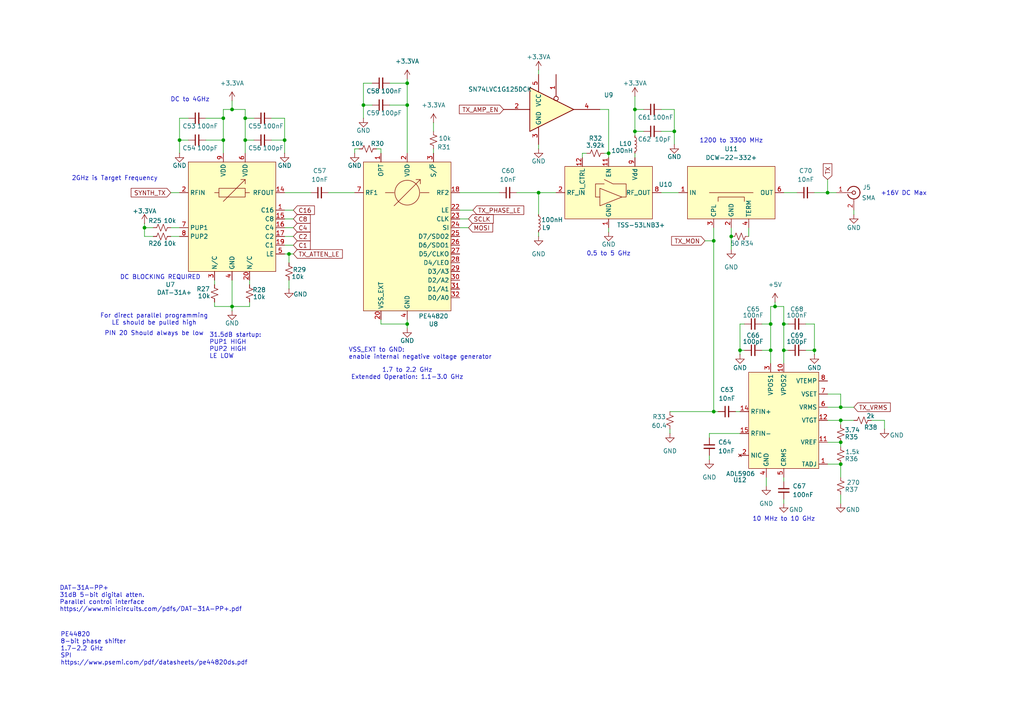
<source format=kicad_sch>
(kicad_sch (version 20231120) (generator "eeschema") (generator_version "8.0")
  (paper "A4")
  (lib_symbols
    (symbol "74xGxx:SN74LVC1G125DCK"
      (property "Reference" "U" (at -10.16 7.62 0))
      (property "Value" "SN74LVC1G125DCK" (at 2.54 -7.62 0))
      (symbol "SN74LVC1G125DCK_0_1"
        (polyline (pts (xy -7.62 6.35) (xy -7.62 -6.35) (xy 5.08 0) (xy -7.62 6.35)) (stroke (width 0.254)) (fill (type background)))
      )
      (symbol "SN74LVC1G125DCK_1_1"
        (pin input inverted (at 0 10.16 270) (length 7.62) (name "~") (number "1"))
        (pin input line (at -15.24 0 0) (length 7.62) (name "~") (number "2"))
        (pin power_in line (at -5.08 -10.16 90) (length 5.08) (name "GND") (number "3"))
        (pin tri_state line (at 12.7 0 180) (length 7.62) (name "~") (number "4"))
        (pin power_in line (at -5.08 10.16 270) (length 5.08) (name "VCC") (number "5"))
      )
    )
    (symbol "Connector:Conn_Coaxial" (pin_names (offset 1.016) hide)
      (property "Reference" "J" (at 0.254 3.048 0))
      (property "Value" "Conn_Coaxial" (at 2.921 0 90))
      (symbol "Conn_Coaxial_0_1"
        (arc (start -1.778 -0.508) (mid 0.2311 -1.8066) (end 1.778 0) (stroke (width 0.254)))
        (polyline (pts (xy -2.54 0) (xy -0.508 0)))
        (polyline (pts (xy 0 -2.54) (xy 0 -1.778)))
        (circle (center 0 0) (radius 0.508) (stroke (width 0.2032)))
        (arc (start 1.778 0) (mid 0.2099 1.8101) (end -1.778 0.508) (stroke (width 0.254)))
      )
      (symbol "Conn_Coaxial_1_1"
        (pin passive line (at -5.08 0 0) (length 2.54) (name "In") (number "1"))
        (pin passive line (at 0 -5.08 90) (length 2.54) (name "Ext") (number "2"))
      )
    )
    (symbol "Device:C_Small" (pin_numbers hide) (pin_names (offset 0.254) hide)
      (property "Reference" "C" (at 0.254 1.778 0))
      (property "Value" "C_Small" (at 0.254 -2.032 0))
      (symbol "C_Small_0_1"
        (polyline (pts (xy -1.524 -0.508) (xy 1.524 -0.508)) (stroke (width 0.3302)))
        (polyline (pts (xy -1.524 0.508) (xy 1.524 0.508)) (stroke (width 0.3048)))
      )
      (symbol "C_Small_1_1"
        (pin passive line (at 0 2.54 270) (length 2.032) (name "~") (number "1"))
        (pin passive line (at 0 -2.54 90) (length 2.032) (name "~") (number "2"))
      )
    )
    (symbol "Device:L_Small" (pin_numbers hide) (pin_names (offset 0.254) hide)
      (property "Reference" "L" (at 0.762 1.016 0))
      (property "Value" "L_Small" (at 0.762 -1.016 0))
      (symbol "L_Small_0_1"
        (arc (start 0 -2.032) (mid 0.5058 -1.524) (end 0 -1.016))
        (arc (start 0 -1.016) (mid 0.5058 -0.508) (end 0 0))
        (arc (start 0 0) (mid 0.5058 0.508) (end 0 1.016))
        (arc (start 0 1.016) (mid 0.5058 1.524) (end 0 2.032))
      )
      (symbol "L_Small_1_1"
        (pin passive line (at 0 2.54 270) (length 0.508) (name "~") (number "1"))
        (pin passive line (at 0 -2.54 90) (length 0.508) (name "~") (number "2"))
      )
    )
    (symbol "Device:R_Small_US" (pin_numbers hide) (pin_names (offset 0.254) hide)
      (property "Reference" "R" (at 0.762 0.508 0))
      (property "Value" "R_Small_US" (at 0.762 -1.016 0))
      (symbol "R_Small_US_1_1"
        (polyline (pts (xy 0 0) (xy 1.016 -0.381) (xy 0 -0.762) (xy -1.016 -1.143) (xy 0 -1.524)))
        (polyline (pts (xy 0 1.524) (xy 1.016 1.143) (xy 0 0.762) (xy -1.016 0.381) (xy 0 0)))
        (pin passive line (at 0 2.54 270) (length 1.016) (name "~") (number "1"))
        (pin passive line (at 0 -2.54 90) (length 1.016) (name "~") (number "2"))
      )
    )
    (symbol "_tim-RF:ADL5906"
      (property "Reference" "U" (at 3.175 -15.875 0))
      (property "Value" "ADL5906" (at 0 0 0))
      (symbol "ADL5906_0_1"
        (rectangle (start -10.16 13.97) (end 10.16 -13.97) (fill (type background)))
      )
      (symbol "ADL5906_1_1"
        (pin input line (at 12.7 -12.7 180) (length 2.54) (name "TADJ") (number "1"))
        (pin input line (at 0 16.51 270) (length 2.54) (name "VPOS2") (number "10"))
        (pin power_in line (at 12.7 -6.35 180) (length 2.54) (name "VREF") (number "11"))
        (pin power_in line (at 12.7 0 180) (length 2.54) (name "VTGT") (number "12"))
        (pin no_connect line (at -12.7 -10.16 0) (length 2.54) hide (name "NIC") (number "13"))
        (pin input line (at -12.7 2.54 0) (length 2.54) (name "RFIN+") (number "14"))
        (pin input line (at -12.7 -3.81 0) (length 2.54) (name "RFIN-") (number "15"))
        (pin no_connect line (at -12.7 -10.16 0) (length 2.54) hide (name "NIC") (number "16"))
        (pin input line (at -5.08 -16.51 90) (length 2.54) hide (name "GND") (number "17"))
        (pin no_connect line (at -12.7 -10.16 0) (length 2.54) (name "NIC") (number "2"))
        (pin input line (at -3.81 16.51 270) (length 2.54) (name "VPOS1") (number "3"))
        (pin power_in line (at -5.08 -16.51 90) (length 2.54) (name "GND") (number "4"))
        (pin input line (at 0 -16.51 90) (length 2.54) (name "CRMS") (number "5"))
        (pin input line (at 12.7 3.81 180) (length 2.54) (name "VRMS") (number "6"))
        (pin input line (at 12.7 7.62 180) (length 2.54) (name "VSET") (number "7"))
        (pin input line (at 12.7 11.43 180) (length 2.54) (name "VTEMP") (number "8"))
        (pin power_in line (at -5.08 -16.51 90) (length 2.54) hide (name "GND") (number "9"))
      )
    )
    (symbol "_tim-RF:DAT-31A+"
      (property "Reference" "U" (at 16.256 9.652 0))
      (property "Value" "DAT-31A+" (at 0 2.54 0))
      (symbol "DAT-31A+_0_1"
        (polyline (pts (xy -2.54 -2.54) (xy 3.81 3.81)))
        (polyline (pts (xy 3.81 3.81) (xy 2.54 3.81)))
        (polyline (pts (xy 3.81 3.81) (xy 3.81 2.54)))
        (polyline (pts (xy 5.08 0) (xy 3.81 0)))
        (polyline (pts (xy -5.08 0) (xy -3.81 0) (xy -3.81 1.27) (xy 3.81 1.27) (xy 3.81 0) (xy 3.81 -1.27) (xy -3.81 -1.27) (xy -3.81 0)))
      )
      (symbol "DAT-31A+_1_1"
        (rectangle (start -12.7 8.89) (end 12.7 -22.86) (fill (type background)))
        (pin input line (at 15.24 -5.08 180) (length 2.54) (name "C16") (number "1"))
        (pin power_in line (at 0 -25.4 90) (length 2.54) hide (name "GND") (number "10"))
        (pin power_in line (at 0 -25.4 90) (length 2.54) hide (name "GND") (number "11"))
        (pin power_in line (at 0 -25.4 90) (length 2.54) hide (name "GND") (number "12"))
        (pin power_in line (at 0 -25.4 90) (length 2.54) hide (name "GND") (number "13"))
        (pin output line (at 15.24 0 180) (length 2.54) (name "RFOUT") (number "14"))
        (pin input line (at 15.24 -7.62 180) (length 2.54) (name "C8") (number "15"))
        (pin input line (at 15.24 -10.16 180) (length 2.54) (name "C4") (number "16"))
        (pin input line (at 15.24 -12.7 180) (length 2.54) (name "C2") (number "17"))
        (pin power_in line (at 0 -25.4 90) (length 2.54) hide (name "GND") (number "18"))
        (pin input line (at 15.24 -15.24 180) (length 2.54) (name "C1") (number "19"))
        (pin input line (at -15.24 0 0) (length 2.54) (name "RFIN") (number "2"))
        (pin input line (at 5.08 -25.4 90) (length 2.54) (name "N/C") (number "20"))
        (pin power_in line (at 0 -25.4 90) (length 2.54) hide (name "GND") (number "21"))
        (pin input line (at -5.08 -25.4 90) (length 2.54) (name "N/C") (number "3"))
        (pin power_in line (at 0 -25.4 90) (length 2.54) (name "GND") (number "4"))
        (pin input line (at 15.24 -17.78 180) (length 2.54) (name "LE") (number "5"))
        (pin power_in line (at 3.81 11.43 270) (length 2.54) (name "VDD") (number "6"))
        (pin input line (at -15.24 -10.16 0) (length 2.54) (name "PUP1") (number "7"))
        (pin input line (at -15.24 -12.7 0) (length 2.54) (name "PUP2") (number "8"))
        (pin power_in line (at -2.54 11.43 270) (length 2.54) (name "VDD") (number "9"))
      )
    )
    (symbol "_tim-RF:DCW-22-332+"
      (property "Reference" "U" (at 6.096 8.89 0))
      (property "Value" "DCW-22-332+" (at 0 0 0))
      (symbol "DCW-22-332+_1_1"
        (rectangle (start -12.7 7.62) (end 12.7 -7.62) (fill (type background)))
        (polyline (pts (xy 6.35 0) (xy -6.35 0)))
        (polyline (pts (xy -3.81 -2.54) (xy -3.81 -1.27) (xy 3.81 -1.27) (xy 3.81 -2.54)))
        (pin input line (at -15.24 0 0) (length 2.54) (name "IN") (number "1"))
        (pin output line (at 0 -10.16 90) (length 2.54) (name "GND") (number "2"))
        (pin output line (at -5.08 -10.16 90) (length 2.54) (name "CPL") (number "3"))
        (pin output line (at 5.08 -10.16 90) (length 2.54) (name "TERM") (number "4"))
        (pin output line (at 0 -10.16 90) (length 2.54) hide (name "GND") (number "5"))
        (pin output line (at 15.24 0 180) (length 2.54) (name "OUT") (number "6"))
      )
    )
    (symbol "_tim-RF:PE44820"
      (property "Reference" "U" (at 3.81 -35.56 0))
      (property "Value" "PE44820" (at 18.288 10.414 0))
      (symbol "PE44820_0_1"
        (polyline (pts (xy -3.81 -3.81) (xy 3.81 3.81)))
        (polyline (pts (xy 2.54 3.81) (xy 3.81 3.81) (xy 3.81 2.54)))
        (circle (center 0 0) (radius 3.5921))
      )
      (symbol "PE44820_1_1"
        (rectangle (start -12.7 8.89) (end 12.7 -34.29) (fill (type background)))
        (polyline (pts (xy -3.81 0) (xy -6.35 0)))
        (polyline (pts (xy 6.35 0) (xy 3.81 0)))
        (pin input line (at -7.62 11.43 270) (length 2.54) (name "OPT") (number "1"))
        (pin power_in line (at 0 -36.83 90) (length 2.54) hide (name "GND") (number "10"))
        (pin power_in line (at 0 -36.83 90) (length 2.54) hide (name "GND") (number "11"))
        (pin power_in line (at 0 -36.83 90) (length 2.54) hide (name "GND") (number "12"))
        (pin power_in line (at 0 -36.83 90) (length 2.54) hide (name "GND") (number "13"))
        (pin power_in line (at 0 -36.83 90) (length 2.54) hide (name "GND") (number "14"))
        (pin power_in line (at 0 -36.83 90) (length 2.54) hide (name "GND") (number "15"))
        (pin power_in line (at 0 -36.83 90) (length 2.54) hide (name "GND") (number "16"))
        (pin power_in line (at 0 -36.83 90) (length 2.54) hide (name "GND") (number "17"))
        (pin output line (at 15.24 0 180) (length 2.54) (name "RF2") (number "18"))
        (pin power_in line (at 0 -36.83 90) (length 2.54) hide (name "GND") (number "19"))
        (pin power_in line (at 0 11.43 270) (length 2.54) (name "VDD") (number "2"))
        (pin power_in line (at -7.62 -36.83 90) (length 2.54) (name "VSS_EXT") (number "20"))
        (pin power_in line (at 0 -36.83 90) (length 2.54) hide (name "GND") (number "21"))
        (pin input line (at 15.24 -5.08 180) (length 2.54) (name "LE") (number "22"))
        (pin input line (at 15.24 -7.62 180) (length 2.54) (name "CLK") (number "23"))
        (pin input line (at 15.24 -10.16 180) (length 2.54) (name "SI") (number "24"))
        (pin input line (at 15.24 -12.7 180) (length 2.54) (name "D7/SDO2") (number "25"))
        (pin input line (at 15.24 -15.24 180) (length 2.54) (name "D6/SDO1") (number "26"))
        (pin input line (at 15.24 -17.78 180) (length 2.54) (name "D5/CLKO") (number "27"))
        (pin input line (at 15.24 -20.32 180) (length 2.54) (name "D4/LEO") (number "28"))
        (pin input line (at 15.24 -22.86 180) (length 2.54) (name "D3/A3") (number "29"))
        (pin input line (at 7.62 11.43 270) (length 2.54) (name "S/~{P}") (number "3"))
        (pin input line (at 15.24 -25.4 180) (length 2.54) (name "D2/A2") (number "30"))
        (pin input line (at 15.24 -27.94 180) (length 2.54) (name "D1/A1") (number "31"))
        (pin input line (at 15.24 -30.48 180) (length 2.54) (name "D0/A0") (number "32"))
        (pin input line (at 0 -36.83 90) (length 2.54) hide (name "PAD") (number "33"))
        (pin power_in line (at 0 -36.83 90) (length 2.54) (name "GND") (number "4"))
        (pin power_in line (at 0 -36.83 90) (length 2.54) hide (name "GND") (number "5"))
        (pin power_in line (at 0 -36.83 90) (length 2.54) hide (name "GND") (number "6"))
        (pin input line (at -15.24 0 0) (length 2.54) (name "RF1") (number "7"))
        (pin power_in line (at 0 -36.83 90) (length 2.54) hide (name "GND") (number "8"))
        (pin power_in line (at 0 -36.83 90) (length 2.54) hide (name "GND") (number "9"))
      )
    )
    (symbol "_tim-RF:TSS-53LNB3+"
      (property "Reference" "U" (at 10.922 10.16 0))
      (property "Value" "TSS-53LNB3+" (at 7.874 -9.144 0))
      (symbol "TSS-53LNB3+_0_1"
        (polyline (pts (xy -2.54 -1.27) (xy -3.81 -1.27) (xy -3.81 2.54) (xy -1.27 2.54)))
        (polyline (pts (xy -2.54 1.27) (xy 3.81 -1.27) (xy -2.54 -3.81) (xy -2.54 1.27)))
        (polyline (pts (xy 3.81 -1.27) (xy 5.08 -1.27) (xy 5.08 2.54) (xy 1.27 2.54) (xy -1.27 3.81)))
      )
      (symbol "TSS-53LNB3+_1_1"
        (rectangle (start -12.7 7.62) (end 12.7 -7.62) (fill (type background)))
        (pin input line (at 0 -10.16 90) (length 2.54) (name "GND") (number "1"))
        (pin input line (at 0 -10.16 90) (length 2.54) hide (name "GND") (number "10"))
        (pin input line (at 0 10.16 270) (length 2.54) (name "EN") (number "11"))
        (pin input line (at -7.62 10.16 270) (length 2.54) (name "I_CTRL") (number "12"))
        (pin input line (at 0 -10.16 90) (length 2.54) hide (name "GND") (number "13"))
        (pin input line (at -15.24 0 0) (length 2.54) (name "RF_IN") (number "2"))
        (pin input line (at 0 -10.16 90) (length 2.54) hide (name "GND") (number "3"))
        (pin input line (at 0 -10.16 90) (length 2.54) hide (name "GND") (number "4"))
        (pin input line (at 0 -10.16 90) (length 2.54) hide (name "GND") (number "5"))
        (pin input line (at 0 -10.16 90) (length 2.54) hide (name "GND") (number "6"))
        (pin input line (at 0 -10.16 90) (length 2.54) hide (name "GND") (number "7"))
        (pin output line (at 15.24 0 180) (length 2.54) (name "RF_OUT") (number "8"))
        (pin power_in line (at 7.62 10.16 270) (length 2.54) (name "Vdd") (number "9"))
      )
    )
    (symbol "power:+3.3VA" (power) (pin_numbers hide) (pin_names (offset 0) hide)
      (property "Value" "+3.3VA" (at 0 3.556 0))
      (symbol "+3.3VA_0_1"
        (polyline (pts (xy -0.762 1.27) (xy 0 2.54)))
        (polyline (pts (xy 0 0) (xy 0 2.54)))
        (polyline (pts (xy 0 2.54) (xy 0.762 1.27)))
      )
      (symbol "+3.3VA_1_1"
        (pin power_in line (at 0 0 90) (length 0) (name "~") (number "1"))
      )
    )
    (symbol "power:+5V" (power) (pin_numbers hide) (pin_names (offset 0) hide)
      (property "Value" "+5V" (at 0 3.556 0))
      (symbol "+5V_0_1"
        (polyline (pts (xy -0.762 1.27) (xy 0 2.54)))
        (polyline (pts (xy 0 0) (xy 0 2.54)))
        (polyline (pts (xy 0 2.54) (xy 0.762 1.27)))
      )
      (symbol "+5V_1_1"
        (pin power_in line (at 0 0 90) (length 0) (name "~") (number "1"))
      )
    )
    (symbol "power:GND" (power) (pin_numbers hide) (pin_names (offset 0) hide)
      (property "Value" "GND" (at 0 -3.81 0))
      (symbol "GND_0_1"
        (polyline (pts (xy 0 0) (xy 0 -1.27) (xy 1.27 -1.27) (xy 0 -2.54) (xy -1.27 -1.27) (xy 0 -1.27)))
      )
      (symbol "GND_1_1"
        (pin power_in line (at 0 0 270) (length 0) (name "~") (number "1"))
      )
    )
  )
  (junction (at 64.77 40.64))
  (junction (at 212.09 68.58))
  (junction (at 223.52 101.6))
  (junction (at 195.58 38.1))
  (junction (at 156.21 55.88))
  (junction (at 207.01 119.38))
  (junction (at 41.91 66.04))
  (junction (at 71.12 34.29))
  (junction (at 118.11 30.48))
  (junction (at 243.84 121.92))
  (junction (at 52.07 40.64))
  (junction (at 184.15 31.75))
  (junction (at 243.84 128.27))
  (junction (at 184.15 38.1))
  (junction (at 207.01 69.85))
  (junction (at 223.52 93.98))
  (junction (at 236.22 101.6))
  (junction (at 214.63 101.6))
  (junction (at 227.33 101.6))
  (junction (at 227.33 93.98))
  (junction (at 176.53 44.45))
  (junction (at 243.84 118.11))
  (junction (at 240.03 55.88))
  (junction (at 82.55 40.64))
  (junction (at 67.31 88.9))
  (junction (at 71.12 40.64))
  (junction (at 67.31 31.75))
  (junction (at 118.11 24.13))
  (junction (at 224.79 88.9))
  (junction (at 118.11 93.98))
  (junction (at 83.82 73.66))
  (junction (at 105.41 30.48))
  (junction (at 243.84 134.62))
  (junction (at 64.77 34.29))
  (wire (pts (xy 54.61 40.64) (xy 52.07 40.64)))
  (wire (pts (xy 133.35 60.96) (xy 137.16 60.96)))
  (wire (pts (xy 49.53 68.58) (xy 52.07 68.58)))
  (wire (pts (xy 243.84 121.92) (xy 247.65 121.92)))
  (wire (pts (xy 125.73 43.18) (xy 125.73 44.45)))
  (wire (pts (xy 217.17 66.04) (xy 217.17 68.58)))
  (wire (pts (xy 243.84 114.3) (xy 243.84 118.11)))
  (wire (pts (xy 71.12 34.29) (xy 71.12 31.75)))
  (wire (pts (xy 222.25 138.43) (xy 222.25 140.97)))
  (wire (pts (xy 227.33 101.6) (xy 228.6 101.6)))
  (wire (pts (xy 213.36 119.38) (xy 214.63 119.38)))
  (wire (pts (xy 227.33 105.41) (xy 227.33 101.6)))
  (wire (pts (xy 82.55 55.88) (xy 90.17 55.88)))
  (wire (pts (xy 52.07 34.29) (xy 52.07 40.64)))
  (wire (pts (xy 71.12 44.45) (xy 71.12 40.64)))
  (wire (pts (xy 95.25 55.88) (xy 102.87 55.88)))
  (wire (pts (xy 72.39 88.9) (xy 67.31 88.9)))
  (wire (pts (xy 184.15 31.75) (xy 186.69 31.75)))
  (wire (pts (xy 240.03 128.27) (xy 243.84 128.27)))
  (wire (pts (xy 240.03 121.92) (xy 243.84 121.92)))
  (wire (pts (xy 243.84 121.92) (xy 243.84 123.19)))
  (wire (pts (xy 223.52 88.9) (xy 223.52 93.98)))
  (wire (pts (xy 107.95 30.48) (xy 105.41 30.48)))
  (wire (pts (xy 227.33 144.78) (xy 227.33 146.05)))
  (wire (pts (xy 118.11 22.86) (xy 118.11 24.13)))
  (wire (pts (xy 173.99 31.75) (xy 176.53 31.75)))
  (wire (pts (xy 240.03 52.07) (xy 240.03 55.88)))
  (wire (pts (xy 195.58 38.1) (xy 191.77 38.1)))
  (wire (pts (xy 168.91 44.45) (xy 168.91 45.72)))
  (wire (pts (xy 176.53 31.75) (xy 176.53 44.45)))
  (wire (pts (xy 133.35 55.88) (xy 144.78 55.88)))
  (wire (pts (xy 67.31 88.9) (xy 67.31 90.17)))
  (wire (pts (xy 233.68 93.98) (xy 236.22 93.98)))
  (wire (pts (xy 102.87 44.45) (xy 102.87 43.18)))
  (wire (pts (xy 64.77 31.75) (xy 64.77 34.29)))
  (wire (pts (xy 207.01 66.04) (xy 207.01 69.85)))
  (wire (pts (xy 52.07 40.64) (xy 52.07 44.45)))
  (wire (pts (xy 184.15 27.94) (xy 184.15 31.75)))
  (wire (pts (xy 118.11 93.98) (xy 118.11 95.25)))
  (wire (pts (xy 67.31 31.75) (xy 64.77 31.75)))
  (wire (pts (xy 240.03 114.3) (xy 243.84 114.3)))
  (wire (pts (xy 125.73 35.56) (xy 125.73 38.1)))
  (wire (pts (xy 156.21 67.31) (xy 156.21 68.58)))
  (wire (pts (xy 133.35 63.5) (xy 135.89 63.5)))
  (wire (pts (xy 110.49 43.18) (xy 110.49 44.45)))
  (wire (pts (xy 195.58 41.91) (xy 195.58 38.1)))
  (wire (pts (xy 133.35 66.04) (xy 135.89 66.04)))
  (wire (pts (xy 62.23 82.55) (xy 62.23 81.28)))
  (wire (pts (xy 176.53 66.04) (xy 176.53 67.31)))
  (wire (pts (xy 247.65 60.96) (xy 247.65 62.23)))
  (wire (pts (xy 243.84 143.51) (xy 243.84 146.05)))
  (wire (pts (xy 49.53 55.88) (xy 52.07 55.88)))
  (wire (pts (xy 207.01 69.85) (xy 204.47 69.85)))
  (wire (pts (xy 194.31 124.46) (xy 194.31 125.73)))
  (wire (pts (xy 233.68 101.6) (xy 236.22 101.6)))
  (wire (pts (xy 82.55 71.12) (xy 85.09 71.12)))
  (wire (pts (xy 105.41 30.48) (xy 105.41 34.29)))
  (wire (pts (xy 156.21 55.88) (xy 156.21 62.23)))
  (wire (pts (xy 105.41 24.13) (xy 105.41 30.48)))
  (wire (pts (xy 62.23 88.9) (xy 67.31 88.9)))
  (wire (pts (xy 67.31 81.28) (xy 67.31 88.9)))
  (wire (pts (xy 71.12 31.75) (xy 67.31 31.75)))
  (wire (pts (xy 73.66 34.29) (xy 71.12 34.29)))
  (wire (pts (xy 227.33 88.9) (xy 224.79 88.9)))
  (wire (pts (xy 109.22 43.18) (xy 110.49 43.18)))
  (wire (pts (xy 176.53 44.45) (xy 176.53 45.72)))
  (wire (pts (xy 113.03 24.13) (xy 118.11 24.13)))
  (wire (pts (xy 83.82 73.66) (xy 85.09 73.66)))
  (wire (pts (xy 256.54 121.92) (xy 256.54 124.46)))
  (wire (pts (xy 49.53 66.04) (xy 52.07 66.04)))
  (wire (pts (xy 59.69 34.29) (xy 64.77 34.29)))
  (wire (pts (xy 243.84 134.62) (xy 243.84 138.43)))
  (wire (pts (xy 227.33 93.98) (xy 228.6 93.98)))
  (wire (pts (xy 220.98 93.98) (xy 223.52 93.98)))
  (wire (pts (xy 156.21 41.91) (xy 156.21 43.18)))
  (wire (pts (xy 54.61 34.29) (xy 52.07 34.29)))
  (wire (pts (xy 175.26 44.45) (xy 176.53 44.45)))
  (wire (pts (xy 41.91 66.04) (xy 41.91 64.77)))
  (wire (pts (xy 220.98 101.6) (xy 223.52 101.6)))
  (wire (pts (xy 156.21 55.88) (xy 161.29 55.88)))
  (wire (pts (xy 205.74 125.73) (xy 205.74 127)))
  (wire (pts (xy 64.77 34.29) (xy 64.77 40.64)))
  (wire (pts (xy 243.84 118.11) (xy 247.65 118.11)))
  (wire (pts (xy 184.15 38.1) (xy 184.15 39.37)))
  (wire (pts (xy 82.55 68.58) (xy 85.09 68.58)))
  (wire (pts (xy 62.23 87.63) (xy 62.23 88.9)))
  (wire (pts (xy 44.45 68.58) (xy 41.91 68.58)))
  (wire (pts (xy 184.15 31.75) (xy 184.15 38.1)))
  (wire (pts (xy 191.77 55.88) (xy 196.85 55.88)))
  (wire (pts (xy 236.22 93.98) (xy 236.22 101.6)))
  (wire (pts (xy 82.55 60.96) (xy 85.09 60.96)))
  (wire (pts (xy 83.82 73.66) (xy 83.82 76.2)))
  (wire (pts (xy 240.03 134.62) (xy 243.84 134.62)))
  (wire (pts (xy 214.63 125.73) (xy 205.74 125.73)))
  (wire (pts (xy 82.55 66.04) (xy 85.09 66.04)))
  (wire (pts (xy 207.01 119.38) (xy 208.28 119.38)))
  (wire (pts (xy 72.39 87.63) (xy 72.39 88.9)))
  (wire (pts (xy 224.79 87.63) (xy 224.79 88.9)))
  (wire (pts (xy 149.86 55.88) (xy 156.21 55.88)))
  (wire (pts (xy 73.66 40.64) (xy 71.12 40.64)))
  (wire (pts (xy 82.55 73.66) (xy 83.82 73.66)))
  (wire (pts (xy 118.11 30.48) (xy 118.11 44.45)))
  (wire (pts (xy 72.39 81.28) (xy 72.39 82.55)))
  (wire (pts (xy 205.74 132.08) (xy 205.74 133.35)))
  (wire (pts (xy 215.9 93.98) (xy 214.63 93.98)))
  (wire (pts (xy 82.55 44.45) (xy 82.55 40.64)))
  (wire (pts (xy 224.79 88.9) (xy 223.52 88.9)))
  (wire (pts (xy 59.69 40.64) (xy 64.77 40.64)))
  (wire (pts (xy 214.63 102.87) (xy 214.63 101.6)))
  (wire (pts (xy 207.01 69.85) (xy 207.01 119.38)))
  (wire (pts (xy 78.74 34.29) (xy 82.55 34.29)))
  (wire (pts (xy 184.15 44.45) (xy 184.15 45.72)))
  (wire (pts (xy 170.18 44.45) (xy 168.91 44.45)))
  (wire (pts (xy 227.33 138.43) (xy 227.33 139.7)))
  (wire (pts (xy 113.03 30.48) (xy 118.11 30.48)))
  (wire (pts (xy 44.45 66.04) (xy 41.91 66.04)))
  (wire (pts (xy 191.77 31.75) (xy 195.58 31.75)))
  (wire (pts (xy 102.87 43.18) (xy 104.14 43.18)))
  (wire (pts (xy 243.84 128.27) (xy 243.84 129.54)))
  (wire (pts (xy 82.55 40.64) (xy 78.74 40.64)))
  (wire (pts (xy 212.09 68.58) (xy 212.09 72.39)))
  (wire (pts (xy 71.12 40.64) (xy 71.12 34.29)))
  (wire (pts (xy 227.33 101.6) (xy 227.33 93.98)))
  (wire (pts (xy 227.33 55.88) (xy 231.14 55.88)))
  (wire (pts (xy 82.55 34.29) (xy 82.55 40.64)))
  (wire (pts (xy 236.22 55.88) (xy 240.03 55.88)))
  (wire (pts (xy 214.63 93.98) (xy 214.63 101.6)))
  (wire (pts (xy 64.77 40.64) (xy 64.77 44.45)))
  (wire (pts (xy 194.31 119.38) (xy 207.01 119.38)))
  (wire (pts (xy 118.11 92.71) (xy 118.11 93.98)))
  (wire (pts (xy 243.84 118.11) (xy 240.03 118.11)))
  (wire (pts (xy 110.49 93.98) (xy 118.11 93.98)))
  (wire (pts (xy 184.15 38.1) (xy 186.69 38.1)))
  (wire (pts (xy 83.82 81.28) (xy 83.82 83.82)))
  (wire (pts (xy 41.91 68.58) (xy 41.91 66.04)))
  (wire (pts (xy 82.55 63.5) (xy 85.09 63.5)))
  (wire (pts (xy 195.58 31.75) (xy 195.58 38.1)))
  (wire (pts (xy 212.09 66.04) (xy 212.09 68.58)))
  (wire (pts (xy 223.52 101.6) (xy 223.52 105.41)))
  (wire (pts (xy 252.73 121.92) (xy 256.54 121.92)))
  (wire (pts (xy 214.63 101.6) (xy 215.9 101.6)))
  (wire (pts (xy 227.33 93.98) (xy 227.33 88.9)))
  (wire (pts (xy 67.31 29.21) (xy 67.31 31.75)))
  (wire (pts (xy 110.49 92.71) (xy 110.49 93.98)))
  (wire (pts (xy 240.03 55.88) (xy 242.57 55.88)))
  (wire (pts (xy 107.95 24.13) (xy 105.41 24.13)))
  (wire (pts (xy 156.21 20.32) (xy 156.21 21.59)))
  (wire (pts (xy 118.11 24.13) (xy 118.11 30.48)))
  (wire (pts (xy 223.52 93.98) (xy 223.52 101.6)))
  (wire (pts (xy 236.22 101.6) (xy 236.22 102.87)))
  (text "10 MHz to 10 GHz" (at 227.33 150.622 0) (effects (font (size 1.27 1.27))))
  (text "0.5 to 5 GHz" (at 176.53 73.66 0) (effects (font (size 1.27 1.27))))
  (text "+16V DC Max" (at 262.128 56.134 0) (effects (font (size 1.27 1.27))))
  (text "DC to 4GHz" (at 55.118 28.956 0) (effects (font (size 1.27 1.27))))
  (text "DC BLOCKING REQUIRED" (at 46.482 80.518 0) (effects (font (size 1.27 1.27))))
  (text "PE44820\n8-bit phase shifter\n1.7-2.2 GHz\nSPI\nhttps://www.psemi.com/pdf/datasheets/pe44820ds.pdf" (at 17.526 188.214 0) (effects (font (size 1.27 1.27)) (justify left)))
  (text "1.7 to 2.2 GHz\nExtended Operation: 1.1-3.0 GHz" (at 118.11 108.458 0) (effects (font (size 1.27 1.27))))
  (text "PIN 20 Should always be low" (at 44.704 96.774 0) (effects (font (size 1.27 1.27))))
  (text "DAT-31A-PP+\n31dB 5-bit digital atten.\nParallel control interface\nhttps://www.minicircuits.com/pdfs/DAT-31A-PP+.pdf" (at 17.272 173.736 0) (effects (font (size 1.27 1.27)) (justify left)))
  (text "For direct parallel programming\nLE should be pulled high" (at 44.704 92.71 0) (effects (font (size 1.27 1.27))))
  (text "1200 to 3300 MHz" (at 212.09 40.894 0) (effects (font (size 1.27 1.27))))
  (text "31.5dB startup:\nPUP1 HIGH\nPUP2 HIGH\nLE LOW" (at 60.706 100.33 0) (effects (font (size 1.27 1.27)) (justify left)))
  (text "2GHz is Target Frequency" (at 33.274 51.816 0) (effects (font (size 1.27 1.27))))
  (text "VSS_EXT to GND:\nenable internal negative voltage generator\n" (at 101.092 102.616 0) (effects (font (size 1.27 1.27)) (justify left)))
  (global_label "TX_VRMS" (shape input) (at 247.65 118.11 0) (property "Intersheetrefs" "${INTERSHEET_REFS}" (effects (hide yes))))
  (global_label "TX_PHASE_LE" (shape input) (at 137.16 60.96 0) (property "Intersheetrefs" "${INTERSHEET_REFS}" (effects (hide yes))))
  (global_label "C1" (shape input) (at 85.09 71.12 0) (property "Intersheetrefs" "${INTERSHEET_REFS}" (effects (hide yes))))
  (global_label "C2" (shape input) (at 85.09 68.58 0) (property "Intersheetrefs" "${INTERSHEET_REFS}" (effects (hide yes))))
  (global_label "C16" (shape input) (at 85.09 60.96 0) (property "Intersheetrefs" "${INTERSHEET_REFS}" (effects (hide yes))))
  (global_label "TX_ATTEN_LE" (shape input) (at 85.09 73.66 0) (property "Intersheetrefs" "${INTERSHEET_REFS}" (effects (hide yes))))
  (global_label "SCLK" (shape input) (at 135.89 63.5 0) (property "Intersheetrefs" "${INTERSHEET_REFS}" (effects (hide yes))))
  (global_label "TX_MON" (shape input) (at 204.47 69.85 180) (property "Intersheetrefs" "${INTERSHEET_REFS}" (effects (hide yes))))
  (global_label "TX_AMP_EN" (shape input) (at 146.05 31.75 180) (property "Intersheetrefs" "${INTERSHEET_REFS}" (effects (hide yes))))
  (global_label "SYNTH_TX" (shape input) (at 49.53 55.88 180) (property "Intersheetrefs" "${INTERSHEET_REFS}" (effects (hide yes))))
  (global_label "C8" (shape input) (at 85.09 63.5 0) (property "Intersheetrefs" "${INTERSHEET_REFS}" (effects (hide yes))))
  (global_label "C4" (shape input) (at 85.09 66.04 0) (property "Intersheetrefs" "${INTERSHEET_REFS}" (effects (hide yes))))
  (global_label "MOSI" (shape input) (at 135.89 66.04 0) (property "Intersheetrefs" "${INTERSHEET_REFS}" (effects (hide yes))))
  (global_label "TX" (shape input) (at 240.03 52.07 90) (property "Intersheetrefs" "${INTERSHEET_REFS}" (effects (hide yes))))
  (symbol (lib_id "power:GND") (at 222.25 140.97 0) (unit 1)
    (property "Reference" "#PWR092" (effects (hide yes)))
    (property "Value" "GND" (at 222.25 146.05 0))
    (property "Description" "Power symbol creates a global label with name \"GND\" , ground" (effects (hide yes)))
  )
  (symbol (lib_id "_tim-RF:PE44820") (at 118.11 55.88 0) (unit 1)
    (property "Reference" "U8" (at 125.73 93.98 0))
    (property "Value" "PE44820" (at 125.73 91.694 0))
    (property "Footprint" "Package_DFN_QFN:QFN-32-1EP_5x5mm_P0.5mm_EP3.6x3.6mm" (effects (hide yes)))
    (property "Datasheet" "https://www.psemi.com/pdf/datasheets/pe44820ds.pdf" (effects (hide yes)))
    (property "Description" "UltraCMOS® RF Digital Phase Shifter 8-bit, 1.7–2.2 GHz" (effects (hide yes)))
  )
  (symbol (lib_id "Device:C_Small") (at 76.2 40.64 90) (unit 1)
    (property "Reference" "C56" (at 73.914 42.926 90))
    (property "Value" "100pF" (at 79.248 42.926 90))
    (property "Footprint" "Capacitor_SMD:C_0402_1005Metric" (effects (hide yes)))
    (property "Description" "Unpolarized capacitor, small symbol" (effects (hide yes)))
  )
  (symbol (lib_id "Device:R_Small_US") (at 243.84 132.08 180) (unit 1)
    (property "Reference" "R36" (at 248.92 133.096 0) (effects (justify left)))
    (property "Value" "1.5k" (at 249.428 131.064 0) (effects (justify left)))
    (property "Footprint" "Resistor_SMD:R_0603_1608Metric" (effects (hide yes)))
    (property "Description" "Resistor, small US symbol" (effects (hide yes)))
  )
  (symbol (lib_id "power:GND") (at 83.82 83.82 0) (unit 1)
    (property "Reference" "#PWR077" (effects (hide yes)))
    (property "Value" "GND" (at 87.122 85.344 0))
    (property "Description" "Power symbol creates a global label with name \"GND\" , ground" (effects (hide yes)))
  )
  (symbol (lib_id "power:GND") (at 105.41 34.29 0) (unit 1)
    (property "Reference" "#PWR079" (effects (hide yes)))
    (property "Value" "GND" (at 105.41 37.846 0))
    (property "Description" "Power symbol creates a global label with name \"GND\" , ground" (effects (hide yes)))
  )
  (symbol (lib_id "power:GND") (at 247.65 62.23 0) (unit 1)
    (property "Reference" "#PWR097" (effects (hide yes)))
    (property "Value" "GND" (at 247.65 66.04 0))
    (property "Description" "Power symbol creates a global label with name \"GND\" , ground" (effects (hide yes)))
  )
  (symbol (lib_id "Device:C_Small") (at 218.44 101.6 90) (unit 1)
    (property "Reference" "C66" (at 218.44 97.282 90))
    (property "Value" "100pF" (at 218.44 99.06 90))
    (property "Footprint" "Capacitor_SMD:C_0402_1005Metric" (effects (hide yes)))
    (property "Description" "Unpolarized capacitor, small symbol" (effects (hide yes)))
  )
  (symbol (lib_id "_tim-RF:ADL5906") (at 227.33 121.92 0) (unit 1)
    (property "Reference" "U12" (at 212.598 139.192 0) (effects (justify left)))
    (property "Value" "ADL5906" (at 210.566 137.414 0) (effects (justify left)))
    (property "Footprint" "Package_DFN_QFN:QFN-16-1EP_4x4mm_P0.65mm_EP2.1x2.1mm_ThermalVias" (effects (hide yes)))
    (property "Datasheet" "https://www.analog.com/media/en/technical-documentation/data-sheets/ADL5906.pdf" (effects (hide yes)))
    (property "Description" "10 MHz to 10 GHz, 67 dB TruPwr Detector" (effects (hide yes)))
  )
  (symbol (lib_id "Device:C_Small") (at 210.82 119.38 90) (unit 1)
    (property "Reference" "C63" (at 210.8263 113.03 90))
    (property "Value" "10nF" (at 210.8263 115.57 90))
    (property "Footprint" "Capacitor_SMD:C_0402_1005Metric" (effects (hide yes)))
    (property "Datasheet" "https://www.mouser.com/datasheet/2/40/520l-1902329.pdf" (effects (hide yes)))
    (property "Description" "Unpolarized capacitor, small symbol" (effects (hide yes)))
    (property "Digikey" "1284-1540-1-ND" (effects (hide yes)))
  )
  (symbol (lib_id "Device:R_Small_US") (at 106.68 43.18 90) (unit 1)
    (property "Reference" "R30" (at 109.474 41.656 90))
    (property "Value" "10k" (at 103.632 41.656 90))
    (property "Footprint" "Resistor_SMD:R_0603_1608Metric" (effects (hide yes)))
    (property "Description" "Resistor, small US symbol" (effects (hide yes)))
  )
  (symbol (lib_id "Device:C_Small") (at 227.33 142.24 0) (unit 1)
    (property "Reference" "C67" (at 229.87 140.9762 0) (effects (justify left)))
    (property "Value" "100nF" (at 229.87 143.5162 0) (effects (justify left)))
    (property "Footprint" "Capacitor_SMD:C_0402_1005Metric" (effects (hide yes)))
    (property "Description" "Unpolarized capacitor, small symbol" (effects (hide yes)))
  )
  (symbol (lib_id "Device:R_Small_US") (at 62.23 85.09 180) (unit 1)
    (property "Reference" "R27" (at 58.928 83.82 0))
    (property "Value" "10k" (at 59.182 85.852 0))
    (property "Footprint" "Resistor_SMD:R_0603_1608Metric" (effects (hide yes)))
    (property "Description" "Resistor, small US symbol" (effects (hide yes)))
  )
  (symbol (lib_id "power:GND") (at 256.54 124.46 0) (unit 1)
    (property "Reference" "#PWR098" (effects (hide yes)))
    (property "Value" "GND" (at 260.096 126.238 0))
    (property "Description" "Power symbol creates a global label with name \"GND\" , ground" (effects (hide yes)))
  )
  (symbol (lib_id "Device:R_Small_US") (at 243.84 125.73 180) (unit 1)
    (property "Reference" "R35" (at 248.92 126.746 0) (effects (justify left)))
    (property "Value" "3.74" (at 249.428 124.714 0) (effects (justify left)))
    (property "Footprint" "Resistor_SMD:R_0603_1608Metric" (effects (hide yes)))
    (property "Description" "Resistor, small US symbol" (effects (hide yes)))
  )
  (symbol (lib_id "power:+5V") (at 224.79 87.63 0) (unit 1)
    (property "Reference" "#PWR093" (effects (hide yes)))
    (property "Value" "+5V" (at 224.79 82.55 0))
    (property "Description" "Power symbol creates a global label with name \"+5V\"" (effects (hide yes)))
  )
  (symbol (lib_id "Device:C_Small") (at 231.14 93.98 90) (unit 1)
    (property "Reference" "C68" (at 231.14 89.662 90))
    (property "Value" "100nF" (at 231.14 91.44 90))
    (property "Footprint" "Capacitor_SMD:C_0402_1005Metric" (effects (hide yes)))
    (property "Description" "Unpolarized capacitor, small symbol" (effects (hide yes)))
  )
  (symbol (lib_id "Device:R_Small_US") (at 46.99 66.04 270) (unit 1)
    (property "Reference" "R25" (at 44.958 64.008 90))
    (property "Value" "10k" (at 49.276 64.008 90))
    (property "Footprint" "Resistor_SMD:R_0603_1608Metric" (effects (hide yes)))
    (property "Description" "Resistor, small US symbol" (effects (hide yes)))
  )
  (symbol (lib_id "Device:R_Small_US") (at 83.82 78.74 180) (unit 1)
    (property "Reference" "R29" (at 86.868 78.232 0))
    (property "Value" "10k" (at 86.36 80.264 0))
    (property "Footprint" "Resistor_SMD:R_0603_1608Metric" (effects (hide yes)))
    (property "Description" "Resistor, small US symbol" (effects (hide yes)))
  )
  (symbol (lib_id "power:+3.3VA") (at 156.21 20.32 0) (unit 1)
    (property "Reference" "#PWR083" (effects (hide yes)))
    (property "Value" "+3.3VA" (at 156.21 16.51 0))
    (property "Description" "Power symbol creates a global label with name \"+3.3VA\"" (effects (hide yes)))
  )
  (symbol (lib_id "power:GND") (at 156.21 43.18 0) (unit 1)
    (property "Reference" "#PWR084" (effects (hide yes)))
    (property "Value" "GND" (at 156.21 46.736 0))
    (property "Description" "Power symbol creates a global label with name \"GND\" , ground" (effects (hide yes)))
  )
  (symbol (lib_id "power:+3.3VA") (at 125.73 35.56 0) (unit 1)
    (property "Reference" "#PWR082" (effects (hide yes)))
    (property "Value" "+3.3VA" (at 125.73 30.48 0))
    (property "Description" "Power symbol creates a global label with name \"+3.3VA\"" (effects (hide yes)))
  )
  (symbol (lib_id "Device:R_Small_US") (at 46.99 68.58 270) (unit 1)
    (property "Reference" "R26" (at 44.958 70.612 90))
    (property "Value" "10k" (at 49.276 70.612 90))
    (property "Footprint" "Resistor_SMD:R_0603_1608Metric" (effects (hide yes)))
    (property "Description" "Resistor, small US symbol" (effects (hide yes)))
  )
  (symbol (lib_id "Device:C_Small") (at 110.49 30.48 90) (unit 1)
    (property "Reference" "C59" (at 108.204 32.766 90))
    (property "Value" "100pF" (at 113.538 32.766 90))
    (property "Footprint" "Capacitor_SMD:C_0402_1005Metric" (effects (hide yes)))
    (property "Description" "Unpolarized capacitor, small symbol" (effects (hide yes)))
  )
  (symbol (lib_id "Device:C_Small") (at 147.32 55.88 90) (unit 1)
    (property "Reference" "C60" (at 147.3263 49.53 90))
    (property "Value" "10nF" (at 147.3263 52.07 90))
    (property "Footprint" "Capacitor_SMD:C_0402_1005Metric" (effects (hide yes)))
    (property "Datasheet" "https://www.mouser.com/datasheet/2/40/520l-1902329.pdf" (effects (hide yes)))
    (property "Description" "Unpolarized capacitor, small symbol" (effects (hide yes)))
    (property "Digikey" "1284-1540-1-ND" (effects (hide yes)))
  )
  (symbol (lib_id "_tim-RF:DCW-22-332+") (at 212.09 55.88 0) (unit 1)
    (property "Reference" "U11" (at 212.09 43.18 0))
    (property "Value" "DCW-22-332+" (at 212.09 45.72 0))
    (property "Footprint" "_tim-RF-Mini-Circuits:JC0603C" (effects (hide yes)))
    (property "Datasheet" "https://www.minicircuits.com/pdfs/DCW-22-332+.pdf" (effects (hide yes)))
    (property "Description" "Directional Coupler, 50ohm, 22 dB coupling, 1200 to 3300 MHz" (effects (hide yes)))
  )
  (symbol (lib_id "Device:L_Small") (at 156.21 64.77 0) (unit 1)
    (property "Reference" "L9" (at 157.226 66.04 0) (effects (justify left)))
    (property "Value" "100nH" (at 156.972 63.754 0) (effects (justify left)))
    (property "Footprint" "Inductor_SMD:L_0402_1005Metric" (effects (hide yes)))
    (property "Description" "Inductor, small symbol" (effects (hide yes)))
  )
  (symbol (lib_id "Device:C_Small") (at 57.15 34.29 90) (unit 1)
    (property "Reference" "C53" (at 54.864 36.576 90))
    (property "Value" "100nF" (at 60.198 36.576 90))
    (property "Footprint" "Capacitor_SMD:C_0402_1005Metric" (effects (hide yes)))
    (property "Description" "Unpolarized capacitor, small symbol" (effects (hide yes)))
  )
  (symbol (lib_id "power:GND") (at 205.74 133.35 0) (unit 1)
    (property "Reference" "#PWR089" (effects (hide yes)))
    (property "Value" "GND" (at 205.74 138.43 0))
    (property "Description" "Power symbol creates a global label with name \"GND\" , ground" (effects (hide yes)))
  )
  (symbol (lib_id "Device:L_Small") (at 184.15 41.91 0) (unit 1)
    (property "Reference" "L10" (at 179.578 41.656 0) (effects (justify left)))
    (property "Value" "100nH" (at 177.292 43.688 0) (effects (justify left)))
    (property "Footprint" "Inductor_SMD:L_0402_1005Metric" (effects (hide yes)))
    (property "Description" "Inductor, small symbol" (effects (hide yes)))
  )
  (symbol (lib_id "Device:R_Small_US") (at 250.19 121.92 90) (unit 1)
    (property "Reference" "R38" (at 254.508 123.952 90) (effects (justify left)))
    (property "Value" "2k" (at 253.746 120.65 90) (effects (justify left)))
    (property "Footprint" "Resistor_SMD:R_0603_1608Metric" (effects (hide yes)))
    (property "Description" "Resistor, small US symbol" (effects (hide yes)))
  )
  (symbol (lib_id "power:GND") (at 176.53 67.31 0) (unit 1)
    (property "Reference" "#PWR085" (effects (hide yes)))
    (property "Value" "GND" (at 176.53 70.866 0))
    (property "Description" "Power symbol creates a global label with name \"GND\" , ground" (effects (hide yes)))
  )
  (symbol (lib_id "Device:C_Small") (at 57.15 40.64 90) (unit 1)
    (property "Reference" "C54" (at 54.864 42.926 90))
    (property "Value" "100pF" (at 60.198 42.926 90))
    (property "Footprint" "Capacitor_SMD:C_0402_1005Metric" (effects (hide yes)))
    (property "Description" "Unpolarized capacitor, small symbol" (effects (hide yes)))
  )
  (symbol (lib_id "power:GND") (at 243.84 146.05 0) (unit 1)
    (property "Reference" "#PWR096" (effects (hide yes)))
    (property "Value" "GND" (at 247.396 147.828 0))
    (property "Description" "Power symbol creates a global label with name \"GND\" , ground" (effects (hide yes)))
  )
  (symbol (lib_id "74xGxx:SN74LVC1G125DCK") (at 161.29 31.75 0) (unit 1)
    (property "Reference" "U9" (at 176.53 27.559 0))
    (property "Value" "SN74LVC1G125DCK" (at 145.034 25.908 0))
    (property "Footprint" "Package_TO_SOT_SMD:SOT-23-5" (effects (hide yes)))
    (property "Datasheet" "http://www.ti.com/lit/ds/symlink/sn74lvc1g125.pdf" (effects (hide yes)))
    (property "Description" "Single Buffer Gate Tri-State, Low-Voltage CMOS, SOT-353" (effects (hide yes)))
  )
  (symbol (lib_id "power:GND") (at 194.31 125.73 0) (unit 1)
    (property "Reference" "#PWR087" (effects (hide yes)))
    (property "Value" "GND" (at 194.31 130.81 0))
    (property "Description" "Power symbol creates a global label with name \"GND\" , ground" (effects (hide yes)))
  )
  (symbol (lib_id "Connector:Conn_Coaxial") (at 247.65 55.88 0) (unit 1)
    (property "Reference" "J5" (at 250.19 54.356 0) (effects (justify left)))
    (property "Value" "SMA" (at 249.936 57.404 0) (effects (justify left)))
    (property "Footprint" "Connector_Coaxial:SMA_Samtec_SMA-J-P-X-ST-EM1_EdgeMount" (effects (hide yes)))
    (property "Datasheet" " ~" (effects (hide yes)))
    (property "Description" "coaxial connector (BNC, SMA, SMB, SMC, Cinch/RCA, LEMO, ...)" (effects (hide yes)))
  )
  (symbol (lib_id "power:GND") (at 214.63 102.87 0) (unit 1)
    (property "Reference" "#PWR091" (effects (hide yes)))
    (property "Value" "GND" (at 214.63 106.68 0))
    (property "Description" "Power symbol creates a global label with name \"GND\" , ground" (effects (hide yes)))
  )
  (symbol (lib_id "power:+3.3VA") (at 184.15 27.94 0) (unit 1)
    (property "Reference" "#PWR086" (effects (hide yes)))
    (property "Value" "+3.3VA" (at 184.15 24.13 0))
    (property "Description" "Power symbol creates a global label with name \"+3.3VA\"" (effects (hide yes)))
  )
  (symbol (lib_id "Device:R_Small_US") (at 172.72 44.45 90) (unit 1)
    (property "Reference" "R32" (at 172.72 40.132 90))
    (property "Value" "3.92k" (at 172.72 42.164 90))
    (property "Footprint" "Resistor_SMD:R_0603_1608Metric" (effects (hide yes)))
    (property "Description" "Resistor, small US symbol" (effects (hide yes)))
  )
  (symbol (lib_id "power:GND") (at 67.31 90.17 0) (unit 1)
    (property "Reference" "#PWR075" (effects (hide yes)))
    (property "Value" "GND" (at 67.31 93.726 0))
    (property "Description" "Power symbol creates a global label with name \"GND\" , ground" (effects (hide yes)))
  )
  (symbol (lib_id "power:GND") (at 52.07 44.45 0) (unit 1)
    (property "Reference" "#PWR073" (effects (hide yes)))
    (property "Value" "GND" (at 52.07 48.006 0))
    (property "Description" "Power symbol creates a global label with name \"GND\" , ground" (effects (hide yes)))
  )
  (symbol (lib_id "Device:R_Small_US") (at 125.73 40.64 0) (unit 1)
    (property "Reference" "R31" (at 128.778 42.672 0))
    (property "Value" "10k" (at 129.032 40.132 0))
    (property "Footprint" "Resistor_SMD:R_0603_1608Metric" (effects (hide yes)))
    (property "Description" "Resistor, small US symbol" (effects (hide yes)))
  )
  (symbol (lib_id "Device:C_Small") (at 110.49 24.13 90) (unit 1)
    (property "Reference" "C58" (at 108.204 26.416 90))
    (property "Value" "100nF" (at 113.538 26.416 90))
    (property "Footprint" "Capacitor_SMD:C_0402_1005Metric" (effects (hide yes)))
    (property "Description" "Unpolarized capacitor, small symbol" (effects (hide yes)))
  )
  (symbol (lib_id "power:GND") (at 195.58 41.91 0) (unit 1)
    (property "Reference" "#PWR088" (effects (hide yes)))
    (property "Value" "GND" (at 195.58 45.466 0))
    (property "Description" "Power symbol creates a global label with name \"GND\" , ground" (effects (hide yes)))
  )
  (symbol (lib_id "_tim-RF:TSS-53LNB3+") (at 176.53 55.88 0) (unit 1)
    (property "Reference" "U10" (at 193.04 53.502 0))
    (property "Value" "TSS-53LNB3+" (at 185.928 65.278 0))
    (property "Footprint" "_tim-RF-Mini-Circuits:DQ1225" (effects (hide yes)))
    (property "Datasheet" "https://www.minicircuits.com/pdfs/TSS-53LNB3+.pdf" (effects (hide yes)))
    (property "Description" "Low Noise Bypass Amplifier, 50ohm, 0.5 to 5 GHz" (effects (hide yes)))
  )
  (symbol (lib_id "Device:R_Small_US") (at 214.63 68.58 90) (unit 1)
    (property "Reference" "R34" (at 216.662 70.612 90))
    (property "Value" "50" (at 213.106 70.612 90))
    (property "Footprint" "Resistor_SMD:R_0603_1608Metric" (effects (hide yes)))
    (property "Description" "Resistor, small US symbol" (effects (hide yes)))
  )
  (symbol (lib_id "Device:C_Small") (at 189.23 31.75 90) (unit 1)
    (property "Reference" "C61" (at 186.944 34.036 90))
    (property "Value" "100nF" (at 192.278 34.036 90))
    (property "Footprint" "Capacitor_SMD:C_0402_1005Metric" (effects (hide yes)))
    (property "Description" "Unpolarized capacitor, small symbol" (effects (hide yes)))
  )
  (symbol (lib_id "Device:C_Small") (at 205.74 129.54 0) (unit 1)
    (property "Reference" "C64" (at 208.28 128.2762 0) (effects (justify left)))
    (property "Value" "10nF" (at 208.28 130.8162 0) (effects (justify left)))
    (property "Footprint" "Capacitor_SMD:C_0402_1005Metric" (effects (hide yes)))
    (property "Datasheet" "https://www.mouser.com/datasheet/2/40/520l-1902329.pdf" (effects (hide yes)))
    (property "Description" "Unpolarized capacitor, small symbol" (effects (hide yes)))
    (property "Digikey" "1284-1540-1-ND" (effects (hide yes)))
  )
  (symbol (lib_id "power:GND") (at 212.09 72.39 0) (unit 1)
    (property "Reference" "#PWR090" (effects (hide yes)))
    (property "Value" "GND" (at 212.09 77.47 0))
    (property "Description" "Power symbol creates a global label with name \"GND\" , ground" (effects (hide yes)))
  )
  (symbol (lib_id "Device:C_Small") (at 218.44 93.98 90) (unit 1)
    (property "Reference" "C65" (at 218.44 89.662 90))
    (property "Value" "100nF" (at 218.44 91.44 90))
    (property "Footprint" "Capacitor_SMD:C_0402_1005Metric" (effects (hide yes)))
    (property "Description" "Unpolarized capacitor, small symbol" (effects (hide yes)))
  )
  (symbol (lib_id "Device:R_Small_US") (at 194.31 121.92 0) (unit 1)
    (property "Reference" "R33" (at 189.23 120.904 0) (effects (justify left)))
    (property "Value" "60.4" (at 188.976 123.444 0) (effects (justify left)))
    (property "Footprint" "Resistor_SMD:R_0603_1608Metric" (effects (hide yes)))
    (property "Description" "Resistor, small US symbol" (effects (hide yes)))
  )
  (symbol (lib_id "power:GND") (at 118.11 95.25 0) (unit 1)
    (property "Reference" "#PWR081" (effects (hide yes)))
    (property "Value" "GND" (at 118.11 98.806 0))
    (property "Description" "Power symbol creates a global label with name \"GND\" , ground" (effects (hide yes)))
  )
  (symbol (lib_id "power:GND") (at 82.55 44.45 0) (unit 1)
    (property "Reference" "#PWR076" (effects (hide yes)))
    (property "Value" "GND" (at 82.55 48.006 0))
    (property "Description" "Power symbol creates a global label with name \"GND\" , ground" (effects (hide yes)))
  )
  (symbol (lib_id "power:GND") (at 227.33 146.05 0) (unit 1)
    (property "Reference" "#PWR094" (effects (hide yes)))
    (property "Value" "GND" (at 230.886 147.828 0))
    (property "Description" "Power symbol creates a global label with name \"GND\" , ground" (effects (hide yes)))
  )
  (symbol (lib_id "_tim-RF:DAT-31A+") (at 67.31 55.88 0) (unit 1)
    (property "Reference" "U7" (at 48.006 82.55 0) (effects (justify left)))
    (property "Value" "DAT-31A+" (at 45.466 84.836 0) (effects (justify left)))
    (property "Footprint" "Package_DFN_QFN:QFN-20-1EP_4x4mm_P0.5mm_EP2.5x2.5mm" (effects (hide yes)))
    (property "Datasheet" "https://www.minicircuits.com/pdfs/DAT-31A-PP+.pdf" (effects (hide yes)))
    (property "Description" "Digital Step Attenuator, 50Ω 0 to 31 dB, 1.0 dB Step DC to 4.0 GHz" (effects (hide yes)))
  )
  (symbol (lib_id "Device:C_Small") (at 231.14 101.6 90) (unit 1)
    (property "Reference" "C69" (at 231.14 97.282 90))
    (property "Value" "100pF" (at 231.14 99.06 90))
    (property "Footprint" "Capacitor_SMD:C_0402_1005Metric" (effects (hide yes)))
    (property "Description" "Unpolarized capacitor, small symbol" (effects (hide yes)))
  )
  (symbol (lib_id "Device:R_Small_US") (at 72.39 85.09 180) (unit 1)
    (property "Reference" "R28" (at 75.184 84.074 0))
    (property "Value" "10k" (at 75.184 86.106 0))
    (property "Footprint" "Resistor_SMD:R_0603_1608Metric" (effects (hide yes)))
    (property "Description" "Resistor, small US symbol" (effects (hide yes)))
  )
  (symbol (lib_id "Device:R_Small_US") (at 243.84 140.97 180) (unit 1)
    (property "Reference" "R37" (at 248.92 141.986 0) (effects (justify left)))
    (property "Value" "270" (at 249.428 139.954 0) (effects (justify left)))
    (property "Footprint" "Resistor_SMD:R_0603_1608Metric" (effects (hide yes)))
    (property "Description" "Resistor, small US symbol" (effects (hide yes)))
  )
  (symbol (lib_id "power:+3.3VA") (at 41.91 64.77 0) (unit 1)
    (property "Reference" "#PWR072" (effects (hide yes)))
    (property "Value" "+3.3VA" (at 41.91 61.214 0))
    (property "Description" "Power symbol creates a global label with name \"+3.3VA\"" (effects (hide yes)))
  )
  (symbol (lib_id "power:GND") (at 156.21 68.58 0) (mirror y) (unit 1)
    (property "Reference" "#PWR0137" (effects (hide yes)))
    (property "Value" "GND" (at 156.21 73.66 0))
    (property "Description" "Power symbol creates a global label with name \"GND\" , ground" (effects (hide yes)))
  )
  (symbol (lib_id "Device:C_Small") (at 76.2 34.29 90) (unit 1)
    (property "Reference" "C55" (at 73.914 36.576 90))
    (property "Value" "100nF" (at 79.248 36.576 90))
    (property "Footprint" "Capacitor_SMD:C_0402_1005Metric" (effects (hide yes)))
    (property "Description" "Unpolarized capacitor, small symbol" (effects (hide yes)))
  )
  (symbol (lib_id "Device:C_Small") (at 189.23 38.1 90) (unit 1)
    (property "Reference" "C62" (at 186.944 40.386 90))
    (property "Value" "10pF" (at 192.278 40.386 90))
    (property "Footprint" "Capacitor_SMD:C_0402_1005Metric" (effects (hide yes)))
    (property "Description" "Unpolarized capacitor, small symbol" (effects (hide yes)))
  )
  (symbol (lib_id "power:GND") (at 236.22 102.87 0) (unit 1)
    (property "Reference" "#PWR095" (effects (hide yes)))
    (property "Value" "GND" (at 236.22 106.68 0))
    (property "Description" "Power symbol creates a global label with name \"GND\" , ground" (effects (hide yes)))
  )
  (symbol (lib_id "Device:C_Small") (at 233.68 55.88 90) (unit 1)
    (property "Reference" "C70" (at 233.6863 49.53 90))
    (property "Value" "10nF" (at 233.6863 52.07 90))
    (property "Footprint" "Capacitor_SMD:C_0402_1005Metric" (effects (hide yes)))
    (property "Datasheet" "https://www.mouser.com/datasheet/2/40/520l-1902329.pdf" (effects (hide yes)))
    (property "Description" "Unpolarized capacitor, small symbol" (effects (hide yes)))
    (property "Digikey" "1284-1540-1-ND" (effects (hide yes)))
  )
  (symbol (lib_id "power:GND") (at 102.87 44.45 0) (unit 1)
    (property "Reference" "#PWR078" (effects (hide yes)))
    (property "Value" "GND" (at 102.87 48.006 0))
    (property "Description" "Power symbol creates a global label with name \"GND\" , ground" (effects (hide yes)))
  )
  (symbol (lib_id "power:+3.3VA") (at 118.11 22.86 0) (unit 1)
    (property "Reference" "#PWR080" (effects (hide yes)))
    (property "Value" "+3.3VA" (at 118.11 17.78 0))
    (property "Description" "Power symbol creates a global label with name \"+3.3VA\"" (effects (hide yes)))
  )
  (symbol (lib_id "power:+3.3VA") (at 67.31 29.21 0) (unit 1)
    (property "Reference" "#PWR074" (effects (hide yes)))
    (property "Value" "+3.3VA" (at 67.31 24.13 0))
    (property "Description" "Power symbol creates a global label with name \"+3.3VA\"" (effects (hide yes)))
  )
  (symbol (lib_id "Device:C_Small") (at 92.71 55.88 90) (unit 1)
    (property "Reference" "C57" (at 92.7163 49.53 90))
    (property "Value" "10nF" (at 92.7163 52.07 90))
    (property "Footprint" "Capacitor_SMD:C_0402_1005Metric" (effects (hide yes)))
    (property "Datasheet" "https://www.mouser.com/datasheet/2/40/520l-1902329.pdf" (effects (hide yes)))
    (property "Description" "Unpolarized capacitor, small symbol" (effects (hide yes)))
    (property "Digikey" "1284-1540-1-ND" (effects (hide yes)))
  )
)
</source>
